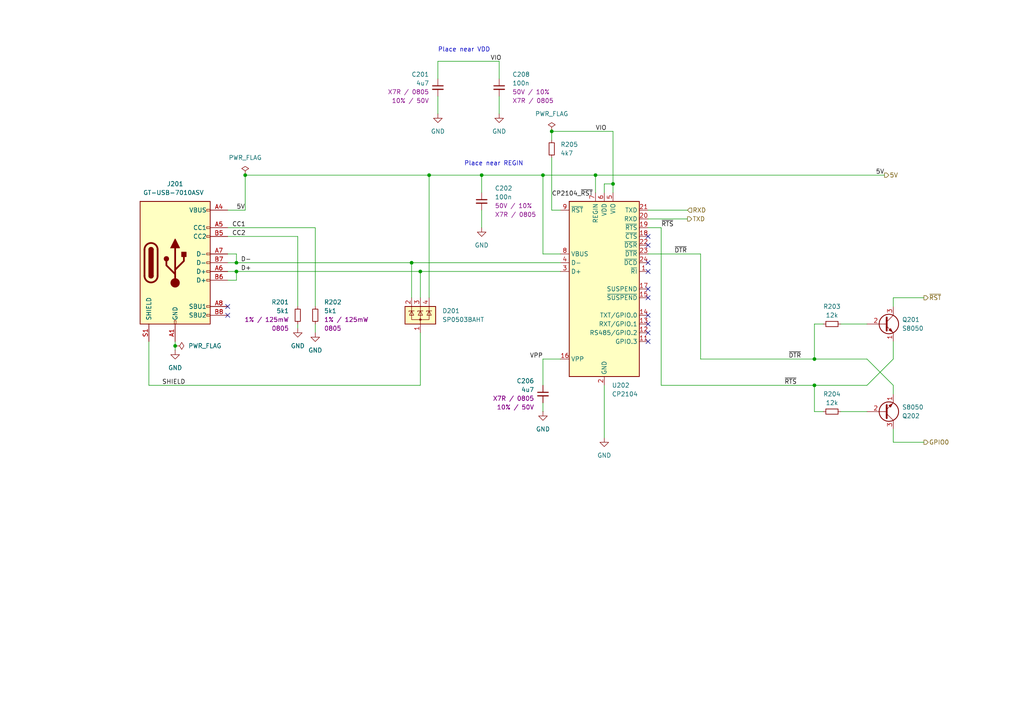
<source format=kicad_sch>
(kicad_sch (version 20231120) (generator "eeschema") (generator_version "8.0")
  (paper "A4")
  (lib_symbols
    (symbol "Connector:USB_C_Receptacle_USB2.0_16P" (pin_names (offset 1.016))
      (property "Reference" "J" (at 0 22.225 0))
      (property "Value" "USB_C_Receptacle_USB2.0_16P" (at 0 19.685 0))
      (symbol "USB_C_Receptacle_USB2.0_16P_0_0"
        (rectangle (start -0.254 -17.78) (end 0.254 -16.764))
        (rectangle (start 10.16 -14.986) (end 9.144 -15.494))
        (rectangle (start 10.16 -12.446) (end 9.144 -12.954))
        (rectangle (start 10.16 -4.826) (end 9.144 -5.334))
        (rectangle (start 10.16 -2.286) (end 9.144 -2.794))
        (rectangle (start 10.16 0.254) (end 9.144 -0.254))
        (rectangle (start 10.16 2.794) (end 9.144 2.286))
        (rectangle (start 10.16 7.874) (end 9.144 7.366))
        (rectangle (start 10.16 10.414) (end 9.144 9.906))
        (rectangle (start 10.16 15.494) (end 9.144 14.986))
      )
      (symbol "USB_C_Receptacle_USB2.0_16P_0_1"
        (rectangle (start -10.16 17.78) (end 10.16 -17.78) (stroke (width 0.254)) (fill (type background)))
        (arc (start -8.89 -3.81) (mid -6.985 -5.7067) (end -5.08 -3.81) (stroke (width 0.508)))
        (arc (start -7.62 -3.81) (mid -6.985 -4.4423) (end -6.35 -3.81) (stroke (width 0.254)))
        (arc (start -7.62 -3.81) (mid -6.985 -4.4423) (end -6.35 -3.81) (stroke (width 0.254)) (fill (type outline)))
        (rectangle (start -7.62 -3.81) (end -6.35 3.81) (stroke (width 0.254)) (fill (type outline)))
        (arc (start -6.35 3.81) (mid -6.985 4.4423) (end -7.62 3.81) (stroke (width 0.254)))
        (arc (start -6.35 3.81) (mid -6.985 4.4423) (end -7.62 3.81) (stroke (width 0.254)) (fill (type outline)))
        (arc (start -5.08 3.81) (mid -6.985 5.7067) (end -8.89 3.81) (stroke (width 0.508)))
        (circle (center -2.54 1.143) (radius 0.635) (stroke (width 0.254)) (fill (type outline)))
        (circle (center 0 -5.842) (radius 1.27) (fill (type outline)))
        (polyline (pts (xy -8.89 -3.81) (xy -8.89 3.81)) (stroke (width 0.508)))
        (polyline (pts (xy -5.08 3.81) (xy -5.08 -3.81)) (stroke (width 0.508)))
        (polyline (pts (xy 0 -5.842) (xy 0 4.318)) (stroke (width 0.508)))
        (polyline (pts (xy 0 -3.302) (xy -2.54 -0.762) (xy -2.54 0.508)) (stroke (width 0.508)))
        (polyline (pts (xy 0 -2.032) (xy 2.54 0.508) (xy 2.54 1.778)) (stroke (width 0.508)))
        (polyline (pts (xy -1.27 4.318) (xy 0 6.858) (xy 1.27 4.318) (xy -1.27 4.318)) (stroke (width 0.254)) (fill (type outline)))
        (rectangle (start 1.905 1.778) (end 3.175 3.048) (stroke (width 0.254)) (fill (type outline)))
      )
      (symbol "USB_C_Receptacle_USB2.0_16P_1_1"
        (pin passive line (at 0 -22.86 90) (length 5.08) (name "GND") (number "A1"))
        (pin passive line (at 0 -22.86 90) (length 5.08) hide (name "GND") (number "A12"))
        (pin passive line (at 15.24 15.24 180) (length 5.08) (name "VBUS") (number "A4"))
        (pin bidirectional line (at 15.24 10.16 180) (length 5.08) (name "CC1") (number "A5"))
        (pin bidirectional line (at 15.24 -2.54 180) (length 5.08) (name "D+") (number "A6"))
        (pin bidirectional line (at 15.24 2.54 180) (length 5.08) (name "D-") (number "A7"))
        (pin bidirectional line (at 15.24 -12.7 180) (length 5.08) (name "SBU1") (number "A8"))
        (pin passive line (at 15.24 15.24 180) (length 5.08) hide (name "VBUS") (number "A9"))
        (pin passive line (at 0 -22.86 90) (length 5.08) hide (name "GND") (number "B1"))
        (pin passive line (at 0 -22.86 90) (length 5.08) hide (name "GND") (number "B12"))
        (pin passive line (at 15.24 15.24 180) (length 5.08) hide (name "VBUS") (number "B4"))
        (pin bidirectional line (at 15.24 7.62 180) (length 5.08) (name "CC2") (number "B5"))
        (pin bidirectional line (at 15.24 -5.08 180) (length 5.08) (name "D+") (number "B6"))
        (pin bidirectional line (at 15.24 0 180) (length 5.08) (name "D-") (number "B7"))
        (pin bidirectional line (at 15.24 -15.24 180) (length 5.08) (name "SBU2") (number "B8"))
        (pin passive line (at 15.24 15.24 180) (length 5.08) hide (name "VBUS") (number "B9"))
        (pin passive line (at -7.62 -22.86 90) (length 5.08) (name "SHIELD") (number "S1"))
      )
    )
    (symbol "Device:C_Small" (pin_numbers hide) (pin_names (offset 0.254) hide)
      (property "Reference" "C" (at 0.254 1.778 0))
      (property "Value" "C_Small" (at 0.254 -2.032 0))
      (symbol "C_Small_0_1"
        (polyline (pts (xy -1.524 -0.508) (xy 1.524 -0.508)) (stroke (width 0.3302)))
        (polyline (pts (xy -1.524 0.508) (xy 1.524 0.508)) (stroke (width 0.3048)))
      )
      (symbol "C_Small_1_1"
        (pin passive line (at 0 2.54 270) (length 2.032) (name "~") (number "1"))
        (pin passive line (at 0 -2.54 90) (length 2.032) (name "~") (number "2"))
      )
    )
    (symbol "Device:R_Small" (pin_numbers hide) (pin_names (offset 0.254) hide)
      (property "Reference" "R" (at 0.762 0.508 0))
      (property "Value" "R_Small" (at 0.762 -1.016 0))
      (symbol "R_Small_0_1"
        (rectangle (start -0.762 1.778) (end 0.762 -1.778) (stroke (width 0.2032)))
      )
      (symbol "R_Small_1_1"
        (pin passive line (at 0 2.54 270) (length 0.762) (name "~") (number "1"))
        (pin passive line (at 0 -2.54 90) (length 0.762) (name "~") (number "2"))
      )
    )
    (symbol "Interface_USB:CP2104"
      (property "Reference" "U" (at -5.08 28.575 0))
      (property "Value" "CP2104" (at -5.08 26.67 0))
      (symbol "CP2104_1_1"
        (rectangle (start -10.16 25.4) (end 10.16 -25.4) (stroke (width 0.254)) (fill (type background)))
        (pin input line (at 12.7 5.08 180) (length 2.54) (name "~{RI}") (number "1"))
        (pin no_connect line (at 10.16 -20.32 180) (length 2.54) hide (name "NC") (number "10"))
        (pin bidirectional line (at 12.7 -15.24 180) (length 2.54) (name "GPIO.3") (number "11"))
        (pin bidirectional line (at 12.7 -12.7 180) (length 2.54) (name "RS485/GPIO.2") (number "12"))
        (pin bidirectional line (at 12.7 -10.16 180) (length 2.54) (name "RXT/GPIO.1") (number "13"))
        (pin bidirectional line (at 12.7 -7.62 180) (length 2.54) (name "TXT/GPIO.0") (number "14"))
        (pin output line (at 12.7 -2.54 180) (length 2.54) (name "~{SUSPEND}") (number "15"))
        (pin passive line (at -12.7 -20.32 0) (length 2.54) (name "VPP") (number "16"))
        (pin output line (at 12.7 0 180) (length 2.54) (name "SUSPEND") (number "17"))
        (pin input line (at 12.7 15.24 180) (length 2.54) (name "~{CTS}") (number "18"))
        (pin output line (at 12.7 17.78 180) (length 2.54) (name "~{RTS}") (number "19"))
        (pin power_in line (at 0 -27.94 90) (length 2.54) (name "GND") (number "2"))
        (pin input line (at 12.7 20.32 180) (length 2.54) (name "RXD") (number "20"))
        (pin output line (at 12.7 22.86 180) (length 2.54) (name "TXD") (number "21"))
        (pin input line (at 12.7 12.7 180) (length 2.54) (name "~{DSR}") (number "22"))
        (pin output line (at 12.7 10.16 180) (length 2.54) (name "~{DTR}") (number "23"))
        (pin input line (at 12.7 7.62 180) (length 2.54) (name "~{DCD}") (number "24"))
        (pin passive line (at 0 -27.94 90) (length 2.54) hide (name "GND") (number "25"))
        (pin bidirectional line (at -12.7 5.08 0) (length 2.54) (name "D+") (number "3"))
        (pin bidirectional line (at -12.7 7.62 0) (length 2.54) (name "D-") (number "4"))
        (pin power_in line (at 2.54 27.94 270) (length 2.54) (name "VIO") (number "5"))
        (pin power_in line (at 0 27.94 270) (length 2.54) (name "VDD") (number "6"))
        (pin power_in line (at -2.54 27.94 270) (length 2.54) (name "REGIN") (number "7"))
        (pin input line (at -12.7 10.16 0) (length 2.54) (name "VBUS") (number "8"))
        (pin bidirectional line (at -12.7 22.86 0) (length 2.54) (name "~{RST}") (number "9"))
      )
    )
    (symbol "Power_Protection:SP0503BAHT" (pin_names hide)
      (property "Reference" "D" (at 5.715 2.54 0))
      (property "Value" "SP0503BAHT" (at 5.715 0.635 0))
      (symbol "SP0503BAHT_0_0"
        (pin passive line (at 0 -5.08 90) (length 2.54) (name "A") (number "1"))
      )
      (symbol "SP0503BAHT_0_1"
        (rectangle (start -4.445 2.54) (end 4.445 -2.54) (stroke (width 0.254)) (fill (type background)))
        (circle (center 0 -1.27) (radius 0.254) (fill (type outline)))
        (polyline (pts (xy -2.54 2.54) (xy -2.54 1.27)))
        (polyline (pts (xy 0 -1.27) (xy 0 -2.54)))
        (polyline (pts (xy 0 -1.27) (xy 0 1.27)))
        (polyline (pts (xy 0 2.54) (xy 0 1.27)))
        (polyline (pts (xy 0.635 1.27) (xy 0.762 1.27)))
        (polyline (pts (xy 2.54 2.54) (xy 2.54 1.27)))
        (polyline (pts (xy 0.635 1.27) (xy -0.762 1.27) (xy -0.762 1.016)))
        (polyline (pts (xy -3.302 1.016) (xy -3.302 1.27) (xy -1.905 1.27) (xy -1.778 1.27)))
        (polyline (pts (xy -2.54 1.27) (xy -2.54 -1.27) (xy 2.54 -1.27) (xy 2.54 1.27)))
        (polyline (pts (xy -2.54 1.27) (xy -1.905 0) (xy -3.175 0) (xy -2.54 1.27)))
        (polyline (pts (xy 0.635 0) (xy -0.635 0) (xy 0 1.27) (xy 0.635 0)))
        (polyline (pts (xy 1.778 1.016) (xy 1.778 1.27) (xy 3.175 1.27) (xy 3.302 1.27)))
        (polyline (pts (xy 2.54 1.27) (xy 1.905 0) (xy 3.175 0) (xy 2.54 1.27)))
      )
      (symbol "SP0503BAHT_1_1"
        (pin passive line (at -2.54 5.08 270) (length 2.54) (name "K") (number "2"))
        (pin passive line (at 0 5.08 270) (length 2.54) (name "K") (number "3"))
        (pin passive line (at 2.54 5.08 270) (length 2.54) (name "K") (number "4"))
      )
    )
    (symbol "Transistor_BJT:S8050" (pin_names (offset 0) hide)
      (property "Reference" "Q" (at 5.08 1.905 0))
      (property "Value" "S8050" (at 5.08 0 0))
      (symbol "S8050_0_1"
        (polyline (pts (xy 0 0) (xy 0.635 0)))
        (polyline (pts (xy 0.635 0.635) (xy 2.54 2.54)))
        (polyline (pts (xy 0.635 -0.635) (xy 2.54 -2.54) (xy 2.54 -2.54)))
        (polyline (pts (xy 0.635 1.905) (xy 0.635 -1.905) (xy 0.635 -1.905)) (stroke (width 0.508)))
        (polyline (pts (xy 1.27 -1.778) (xy 1.778 -1.27) (xy 2.286 -2.286) (xy 1.27 -1.778) (xy 1.27 -1.778)) (fill (type outline)))
        (circle (center 1.27 0) (radius 2.8194) (stroke (width 0.254)))
      )
      (symbol "S8050_1_1"
        (pin passive line (at 2.54 -5.08 90) (length 2.54) (name "E") (number "1"))
        (pin input line (at -5.08 0 0) (length 5.08) (name "B") (number "2"))
        (pin passive line (at 2.54 5.08 270) (length 2.54) (name "C") (number "3"))
      )
    )
    (symbol "power:GND" (power) (pin_numbers hide) (pin_names (offset 0) hide)
      (property "Value" "GND" (at 0 -3.81 0))
      (symbol "GND_0_1"
        (polyline (pts (xy 0 0) (xy 0 -1.27) (xy 1.27 -1.27) (xy 0 -2.54) (xy -1.27 -1.27) (xy 0 -1.27)))
      )
      (symbol "GND_1_1"
        (pin power_in line (at 0 0 270) (length 0) (name "~") (number "1"))
      )
    )
    (symbol "power:PWR_FLAG" (power) (pin_numbers hide) (pin_names (offset 0) hide)
      (property "Value" "PWR_FLAG" (at 0 3.81 0))
      (symbol "PWR_FLAG_0_0"
        (pin power_out line (at 0 0 90) (length 0) (name "~") (number "1"))
      )
      (symbol "PWR_FLAG_0_1"
        (polyline (pts (xy 0 0) (xy 0 1.27) (xy -1.016 1.905) (xy 0 2.54) (xy 1.016 1.905) (xy 0 1.27)))
      )
    )
  )
  (junction (at 177.8 53.34))
  (junction (at 157.48 50.8))
  (junction (at 121.92 78.74))
  (junction (at 160.02 38.1))
  (junction (at 172.72 50.8))
  (junction (at 139.7 50.8))
  (junction (at 68.58 76.2))
  (junction (at 236.22 111.76))
  (junction (at 71.12 50.8))
  (junction (at 124.46 50.8))
  (junction (at 68.58 78.74))
  (junction (at 236.22 104.14))
  (junction (at 50.8 100.33))
  (junction (at 119.38 76.2))
  (no_connect (at 66.04 88.9))
  (no_connect (at 187.96 96.52))
  (no_connect (at 187.96 83.82))
  (no_connect (at 187.96 68.58))
  (no_connect (at 187.96 71.12))
  (no_connect (at 187.96 91.44))
  (no_connect (at 187.96 93.98))
  (no_connect (at 66.04 91.44))
  (no_connect (at 187.96 76.2))
  (no_connect (at 187.96 86.36))
  (no_connect (at 187.96 99.06))
  (no_connect (at 187.96 78.74))
  (wire (pts (xy 177.8 53.34) (xy 177.8 38.1)))
  (wire (pts (xy 172.72 50.8) (xy 256.54 50.8)))
  (wire (pts (xy 157.48 50.8) (xy 172.72 50.8)))
  (wire (pts (xy 259.08 128.27) (xy 259.08 124.46)))
  (wire (pts (xy 267.97 86.36) (xy 259.08 86.36)))
  (wire (pts (xy 66.04 78.74) (xy 68.58 78.74)))
  (wire (pts (xy 191.77 66.04) (xy 187.96 66.04)))
  (wire (pts (xy 177.8 38.1) (xy 160.02 38.1)))
  (wire (pts (xy 162.56 73.66) (xy 157.48 73.66)))
  (wire (pts (xy 172.72 55.88) (xy 172.72 50.8)))
  (wire (pts (xy 259.08 114.3) (xy 259.08 111.76)))
  (wire (pts (xy 66.04 66.04) (xy 91.44 66.04)))
  (wire (pts (xy 66.04 76.2) (xy 68.58 76.2)))
  (wire (pts (xy 66.04 68.58) (xy 86.36 68.58)))
  (wire (pts (xy 243.84 119.38) (xy 251.46 119.38)))
  (wire (pts (xy 139.7 50.8) (xy 157.48 50.8)))
  (wire (pts (xy 121.92 96.52) (xy 121.92 111.76)))
  (wire (pts (xy 91.44 66.04) (xy 91.44 88.9)))
  (wire (pts (xy 236.22 93.98) (xy 238.76 93.98)))
  (wire (pts (xy 175.26 55.88) (xy 175.26 53.34)))
  (wire (pts (xy 203.2 104.14) (xy 236.22 104.14)))
  (wire (pts (xy 199.39 63.5) (xy 187.96 63.5)))
  (wire (pts (xy 43.18 99.06) (xy 43.18 111.76)))
  (wire (pts (xy 259.08 99.06) (xy 259.08 104.14)))
  (wire (pts (xy 124.46 50.8) (xy 139.7 50.8)))
  (wire (pts (xy 50.8 99.06) (xy 50.8 100.33)))
  (wire (pts (xy 236.22 93.98) (xy 236.22 104.14)))
  (wire (pts (xy 127 17.78) (xy 127 22.86)))
  (wire (pts (xy 177.8 55.88) (xy 177.8 53.34)))
  (wire (pts (xy 199.39 60.96) (xy 187.96 60.96)))
  (wire (pts (xy 139.7 50.8) (xy 139.7 55.88)))
  (wire (pts (xy 68.58 78.74) (xy 121.92 78.74)))
  (wire (pts (xy 121.92 78.74) (xy 121.92 86.36)))
  (wire (pts (xy 139.7 60.96) (xy 139.7 66.04)))
  (wire (pts (xy 66.04 73.66) (xy 68.58 73.66)))
  (wire (pts (xy 162.56 60.96) (xy 160.02 60.96)))
  (wire (pts (xy 259.08 86.36) (xy 259.08 88.9)))
  (wire (pts (xy 160.02 38.1) (xy 160.02 40.64)))
  (wire (pts (xy 124.46 50.8) (xy 124.46 86.36)))
  (wire (pts (xy 267.97 128.27) (xy 259.08 128.27)))
  (wire (pts (xy 236.22 111.76) (xy 251.46 111.76)))
  (wire (pts (xy 68.58 81.28) (xy 66.04 81.28)))
  (wire (pts (xy 68.58 76.2) (xy 119.38 76.2)))
  (wire (pts (xy 86.36 68.58) (xy 86.36 88.9)))
  (wire (pts (xy 127 27.94) (xy 127 33.02)))
  (wire (pts (xy 144.78 27.94) (xy 144.78 33.02)))
  (wire (pts (xy 121.92 78.74) (xy 162.56 78.74)))
  (wire (pts (xy 68.58 78.74) (xy 68.58 81.28)))
  (wire (pts (xy 203.2 73.66) (xy 203.2 104.14)))
  (wire (pts (xy 236.22 119.38) (xy 236.22 111.76)))
  (wire (pts (xy 157.48 116.84) (xy 157.48 119.38)))
  (wire (pts (xy 157.48 50.8) (xy 157.48 73.66)))
  (wire (pts (xy 191.77 66.04) (xy 191.77 111.76)))
  (wire (pts (xy 160.02 60.96) (xy 160.02 45.72)))
  (wire (pts (xy 236.22 104.14) (xy 251.46 104.14)))
  (wire (pts (xy 71.12 50.8) (xy 71.12 60.96)))
  (wire (pts (xy 43.18 111.76) (xy 121.92 111.76)))
  (wire (pts (xy 157.48 111.76) (xy 157.48 104.14)))
  (wire (pts (xy 144.78 17.78) (xy 144.78 22.86)))
  (wire (pts (xy 175.26 127) (xy 175.26 111.76)))
  (wire (pts (xy 71.12 50.8) (xy 124.46 50.8)))
  (wire (pts (xy 91.44 96.52) (xy 91.44 93.98)))
  (wire (pts (xy 191.77 111.76) (xy 236.22 111.76)))
  (wire (pts (xy 259.08 104.14) (xy 251.46 111.76)))
  (wire (pts (xy 86.36 95.25) (xy 86.36 93.98)))
  (wire (pts (xy 203.2 73.66) (xy 187.96 73.66)))
  (wire (pts (xy 127 17.78) (xy 144.78 17.78)))
  (wire (pts (xy 175.26 53.34) (xy 177.8 53.34)))
  (wire (pts (xy 66.04 60.96) (xy 71.12 60.96)))
  (wire (pts (xy 50.8 100.33) (xy 50.8 101.6)))
  (wire (pts (xy 119.38 76.2) (xy 162.56 76.2)))
  (wire (pts (xy 157.48 104.14) (xy 162.56 104.14)))
  (wire (pts (xy 68.58 73.66) (xy 68.58 76.2)))
  (wire (pts (xy 243.84 93.98) (xy 251.46 93.98)))
  (wire (pts (xy 119.38 76.2) (xy 119.38 86.36)))
  (wire (pts (xy 251.46 104.14) (xy 259.08 111.76)))
  (wire (pts (xy 238.76 119.38) (xy 236.22 119.38)))
  (text "Place near VDD" (at 127 15.24 0) (effects (font (size 1.27 1.27)) (justify left bottom)))
  (text "Place near REGIN" (at 134.62 48.26 0) (effects (font (size 1.27 1.27)) (justify left bottom)))
  (label "D+" (at 69.85 78.74 0))
  (label "D-" (at 69.85 76.2 0))
  (label "~{RTS}" (at 231.14 111.76 180))
  (label "~{RTS}" (at 191.77 66.04 0))
  (label "SHIELD" (at 46.99 111.76 0))
  (label "5V" (at 68.58 60.96 0))
  (label "5V" (at 254 50.8 0))
  (label "VIO" (at 142.24 17.78 0))
  (label "VPP" (at 157.48 104.14 180))
  (label "CP2104_~{RST}" (at 160.02 57.15 0))
  (label "VIO" (at 172.72 38.1 0))
  (label "CC1" (at 67.31 66.04 0))
  (label "~{DTR}" (at 195.58 73.66 0))
  (label "CC2" (at 67.31 68.58 0))
  (label "~{DTR}" (at 232.41 104.14 180))
  (hierarchical_label "5V" (shape output) (at 256.54 50.8 0))
  (hierarchical_label "GPIO0" (shape output) (at 267.97 128.27 0))
  (hierarchical_label "~{RST}" (shape output) (at 267.97 86.36 0))
  (hierarchical_label "RXD" (shape input) (at 199.39 60.96 0))
  (hierarchical_label "TXD" (shape output) (at 199.39 63.5 0))
  (symbol (lib_id "power:PWR_FLAG") (at 50.8 100.33 270) (unit 1)
    (property "Reference" "#FLG03" (effects (hide yes)))
    (property "Value" "PWR_FLAG" (at 54.61 100.3299 90) (effects (justify left)))
    (property "Description" "Special symbol for telling ERC where power comes from" (effects (hide yes)))
  )
  (symbol (lib_id "Connector:USB_C_Receptacle_USB2.0_16P") (at 50.8 76.2 0) (unit 1)
    (property "Reference" "J201" (at 50.8 53.34 0))
    (property "Value" "GT-USB-7010ASV " (at 50.8 55.88 0))
    (property "Footprint" "youdbetterrun:USB_C_Receptacle_G-Switch_GT-USB-7010ASV" (effects (hide yes)))
    (property "Datasheet" "https://www.usb.org/sites/default/files/documents/usb_type-c.zip" (effects (hide yes)))
    (property "Description" "USB 2.0-only 16P Type-C Receptacle connector" (effects (hide yes)))
    (property "LCSC Part Number" "C2988369" (effects (hide yes)))
    (property "MPN" "G-Switch" (effects (hide yes)))
    (property "Manufacturer" "GT-USB-7010ASV " (effects (hide yes)))
  )
  (symbol (lib_id "Transistor_BJT:S8050") (at 256.54 119.38 0) (mirror x) (unit 1)
    (property "Reference" "Q202" (at 261.62 120.65 0) (effects (justify left)))
    (property "Value" "S8050" (at 261.62 118.11 0) (effects (justify left)))
    (property "Footprint" "Package_TO_SOT_SMD:SOT-23-3" (effects (hide yes)))
    (property "Datasheet" "http://www.unisonic.com.tw/datasheet/S8050.pdf" (effects (hide yes)))
    (property "Description" "0.7A Ic, 20V Vce, Low Voltage High Current NPN Transistor, TO-92" (effects (hide yes)))
    (property "LCSC Part Number" "C2891804" (effects (hide yes)))
    (property "MPN" "S8050" (effects (hide yes)))
    (property "Manufacturer" "YONGYUTAI" (effects (hide yes)))
  )
  (symbol (lib_id "Device:R_Small") (at 91.44 91.44 0) (mirror x) (unit 1)
    (property "Reference" "R202" (at 93.98 87.63 0) (effects (justify left)))
    (property "Value" "5k1" (at 93.98 90.17 0) (effects (justify left)))
    (property "Footprint" "Resistor_SMD:R_0805_2012Metric" (effects (hide yes)))
    (property "Description" "Resistor, small symbol" (effects (hide yes)))
    (property "LCSC Part Number" "C27834" (effects (hide yes)))
    (property "Line 1" "${Tolerance} / ${Power}" (at 93.98 92.71 0) (effects (justify left)))
    (property "Line 2" "${Package}" (at 93.98 95.25 0) (effects (justify left)))
    (property "MPN" "0805W8F5101T5E" (effects (hide yes)))
    (property "Manufacturer" "UNI-ROYAL(Uniroyal Elec)" (effects (hide yes)))
    (property "Package" "0805" (effects (hide yes)))
    (property "Power" "125mW" (effects (hide yes)))
    (property "Tolerance" "1%" (effects (hide yes)))
    (instances (project "youdbetterrun" (path "" (reference "R202") (unit 1))) (project "Piezo_HV_Pulser" (path "" (reference "R105") (unit 1)) (path "" (reference "R205") (unit 1)) (path "" (reference "R401") (unit 1))))
  )
  (symbol (lib_id "power:PWR_FLAG") (at 160.02 38.1 0) (unit 1)
    (property "Reference" "#FLG02" (effects (hide yes)))
    (property "Value" "PWR_FLAG" (at 160.02 33.02 0))
    (property "Description" "Special symbol for telling ERC where power comes from" (effects (hide yes)))
  )
  (symbol (lib_id "power:GND") (at 175.26 127 0) (unit 1)
    (property "Reference" "#PWR0206" (effects (hide yes)))
    (property "Value" "GND" (at 175.26 132.08 0))
    (property "Description" "Power symbol creates a global label with name \"GND\" , ground" (effects (hide yes)))
  )
  (symbol (lib_id "power:GND") (at 50.8 101.6 0) (unit 1)
    (property "Reference" "#PWR0207" (effects (hide yes)))
    (property "Value" "GND" (at 50.8 106.68 0))
    (property "Description" "Power symbol creates a global label with name \"GND\" , ground" (effects (hide yes)))
  )
  (symbol (lib_id "Device:C_Small") (at 144.78 25.4 0) (unit 1)
    (property "Reference" "C208" (at 148.59 21.59 0) (effects (justify left)))
    (property "Value" "100n" (at 148.59 24.13 0) (effects (justify left)))
    (property "Footprint" "Capacitor_SMD:C_0805_2012Metric" (effects (hide yes)))
    (property "Description" "Unpolarized capacitor, small symbol" (effects (hide yes)))
    (property "Package" "0805" (effects (hide yes)))
    (property "LCSC Part Number" "C38141" (effects (hide yes)))
    (property "MPN" "0805B104K500NT" (effects (hide yes)))
    (property "Manufacturer" "FH (Guangdong Fenghua Advanced Tech)" (effects (hide yes)))
    (property "Line 1" "${Rated Voltage} / ${Tolerance}" (at 148.59 26.67 0) (effects (justify left)))
    (property "Line 2" "${Dielectric} / ${Package}" (at 148.59 29.21 0) (effects (justify left)))
    (property "Dielectric" "X7R" (effects (hide yes)))
    (property "Rated Voltage" "50V" (effects (hide yes)))
    (property "Tolerance" "10%" (effects (hide yes)))
  )
  (symbol (lib_id "power:GND") (at 144.78 33.02 0) (unit 1)
    (property "Reference" "#PWR0213" (effects (hide yes)))
    (property "Value" "GND" (at 144.78 38.1 0))
    (property "Description" "Power symbol creates a global label with name \"GND\" , ground" (effects (hide yes)))
  )
  (symbol (lib_id "Device:R_Small") (at 160.02 43.18 0) (unit 1)
    (property "Reference" "R205" (at 162.56 41.91 0) (effects (justify left)))
    (property "Value" "4k7" (at 162.56 44.45 0) (effects (justify left)))
    (property "Footprint" "Resistor_SMD:R_0805_2012Metric" (effects (hide yes)))
    (property "Datasheet" "https://datasheet.lcsc.com/lcsc/2206010200_UNI-ROYAL-Uniroyal-Elec-0805W8F4701T5E_C17673.pdf?_gl=1*1lzo6cr*_ga*MTgzMjI1NTEzNy4xNjg1MTA3NDAx*_ga_98M84MKSZH*MTcxNTQ0MDg0My4xMS4xLjE3MTU0NDEwMjIuNTcuMC4w" (effects (hide yes)))
    (property "Description" "Resistor, small symbol" (effects (hide yes)))
    (property "LCSC Part Number" "C17673" (effects (hide yes)))
    (property "MPN" "0805W8F4701T5E" (effects (hide yes)))
    (property "Manufacturer" "UNI-ROYAL(Uniroyal Elec)" (effects (hide yes)))
  )
  (symbol (lib_id "Device:R_Small") (at 241.3 93.98 90) (unit 1)
    (property "Reference" "R203" (at 241.3 88.9 90))
    (property "Value" "12k" (at 241.3 91.44 90))
    (property "Footprint" "Resistor_SMD:R_0805_2012Metric" (effects (hide yes)))
    (property "Description" "Resistor, small symbol" (effects (hide yes)))
    (property "LCSC Part Number" "C17444" (effects (hide yes)))
    (property "Line 1" "${Tolerance} / ${Power}" (effects (hide yes)))
    (property "Line 2" "${Package}" (effects (hide yes)))
    (property "MPN" "0805W8F1202T5E" (effects (hide yes)))
    (property "Manufacturer" "UNI-ROYAL(Uniroyal Elec)" (effects (hide yes)))
    (property "Package" "0805" (effects (hide yes)))
    (property "Power" "125mW" (effects (hide yes)))
    (property "Tolerance" "1%" (effects (hide yes)))
  )
  (symbol (lib_id "power:GND") (at 157.48 119.38 0) (unit 1)
    (property "Reference" "#PWR0212" (effects (hide yes)))
    (property "Value" "GND" (at 157.48 124.46 0))
    (property "Description" "Power symbol creates a global label with name \"GND\" , ground" (effects (hide yes)))
  )
  (symbol (lib_id "Device:C_Small") (at 157.48 114.3 0) (mirror y) (unit 1)
    (property "Reference" "C206" (at 154.94 110.49 0) (effects (justify left)))
    (property "Value" "4u7" (at 154.94 113.03 0) (effects (justify left)))
    (property "Footprint" "Capacitor_SMD:C_0805_2012Metric" (effects (hide yes)))
    (property "Description" "Unpolarized capacitor, small symbol" (effects (hide yes)))
    (property "Dielectric" "X7R" (effects (hide yes)))
    (property "LCSC Part Number" "C98192" (effects (hide yes)))
    (property "Line 1" "${Tolerance} / ${Rated Voltage}" (at 154.94 118.11 0) (effects (justify left)))
    (property "Line 2" "${Dielectric} / ${Package}" (at 154.94 115.57 0) (effects (justify left)))
    (property "MPN" "CL21A475KBQNNNE" (effects (hide yes)))
    (property "Manufacturer" "Samsung Electro-Mechanics" (effects (hide yes)))
    (property "Package" "0805" (effects (hide yes)))
    (property "Rated Voltage" "50V" (effects (hide yes)))
    (property "Tolerance" "10%" (effects (hide yes)))
  )
  (symbol (lib_id "Device:C_Small") (at 127 25.4 0) (mirror y) (unit 1)
    (property "Reference" "C201" (at 124.46 21.59 0) (effects (justify left)))
    (property "Value" "4u7" (at 124.46 24.13 0) (effects (justify left)))
    (property "Footprint" "Capacitor_SMD:C_0805_2012Metric" (effects (hide yes)))
    (property "Description" "Unpolarized capacitor, small symbol" (effects (hide yes)))
    (property "Dielectric" "X7R" (effects (hide yes)))
    (property "LCSC Part Number" "C98192" (effects (hide yes)))
    (property "Line 1" "${Tolerance} / ${Rated Voltage}" (at 124.46 29.21 0) (effects (justify left)))
    (property "Line 2" "${Dielectric} / ${Package}" (at 124.46 26.67 0) (effects (justify left)))
    (property "MPN" "CL21A475KBQNNNE" (effects (hide yes)))
    (property "Manufacturer" "Samsung Electro-Mechanics" (effects (hide yes)))
    (property "Package" "0805" (effects (hide yes)))
    (property "Rated Voltage" "50V" (effects (hide yes)))
    (property "Tolerance" "10%" (effects (hide yes)))
  )
  (symbol (lib_id "Interface_USB:CP2104") (at 175.26 83.82 0) (unit 1)
    (property "Reference" "U202" (at 177.4541 111.76 0) (effects (justify left)))
    (property "Value" "CP2104" (at 177.4541 114.3 0) (effects (justify left)))
    (property "Footprint" "Package_DFN_QFN:QFN-24-1EP_4x4mm_P0.5mm_EP2.6x2.6mm" (effects (hide yes)))
    (property "Datasheet" "https://www.silabs.com/documents/public/data-sheets/cp2104.pdf" (effects (hide yes)))
    (property "Description" "Single-Chip USB-to-UART Bridge, USB 2.0 Full-Speed, 2Mbps UART, QFN-24" (effects (hide yes)))
    (property "LCSC Part Number" "C47742" (effects (hide yes)))
    (property "MPN" "CP2104-F03-GMR" (effects (hide yes)))
    (property "Manufacturer" "SKYWORKS/SILICON LABS" (effects (hide yes)))
  )
  (symbol (lib_id "Device:R_Small") (at 241.3 119.38 90) (unit 1)
    (property "Reference" "R204" (at 241.3 114.3 90))
    (property "Value" "12k" (at 241.3 116.84 90))
    (property "Footprint" "Resistor_SMD:R_0805_2012Metric" (effects (hide yes)))
    (property "Description" "Resistor, small symbol" (effects (hide yes)))
    (property "LCSC Part Number" "C17444" (effects (hide yes)))
    (property "Line 1" "${Tolerance} / ${Power}" (effects (hide yes)))
    (property "Line 2" "${Package}" (effects (hide yes)))
    (property "MPN" "0805W8F1202T5E" (effects (hide yes)))
    (property "Manufacturer" "UNI-ROYAL(Uniroyal Elec)" (effects (hide yes)))
    (property "Package" "0805" (effects (hide yes)))
    (property "Power" "125mW" (effects (hide yes)))
    (property "Tolerance" "1%" (effects (hide yes)))
  )
  (symbol (lib_id "Power_Protection:SP0503BAHT") (at 121.92 91.44 0) (unit 1)
    (property "Reference" "D201" (at 128.27 90.17 0) (effects (justify left)))
    (property "Value" "SP0503BAHT" (at 128.27 92.71 0) (effects (justify left)))
    (property "Footprint" "Package_TO_SOT_SMD:SOT-143" (effects (hide yes)))
    (property "Datasheet" "http://www.littelfuse.com/~/media/files/littelfuse/technical%20resources/documents/data%20sheets/sp05xxba.pdf" (effects (hide yes)))
    (property "Description" "TVS Diode Array, 5.5V Standoff, 3 Channels, SOT-143 package" (effects (hide yes)))
    (property "LCSC Part Number" "C7074" (effects (hide yes)))
    (property "MPN" "SP0503BAHTG" (effects (hide yes)))
    (property "Manufacturer" " Littelfuse" (effects (hide yes)))
  )
  (symbol (lib_id "Device:R_Small") (at 86.36 91.44 180) (unit 1)
    (property "Reference" "R201" (at 83.82 87.63 0) (effects (justify left)))
    (property "Value" "5k1" (at 83.82 90.17 0) (effects (justify left)))
    (property "Footprint" "Resistor_SMD:R_0805_2012Metric" (effects (hide yes)))
    (property "Description" "Resistor, small symbol" (effects (hide yes)))
    (property "LCSC Part Number" "C27834" (effects (hide yes)))
    (property "Line 1" "${Tolerance} / ${Power}" (at 83.82 92.71 0) (effects (justify left)))
    (property "Line 2" "${Package}" (at 83.82 95.25 0) (effects (justify left)))
    (property "MPN" "0805W8F5101T5E" (effects (hide yes)))
    (property "Manufacturer" "UNI-ROYAL(Uniroyal Elec)" (effects (hide yes)))
    (property "Package" "0805" (effects (hide yes)))
    (property "Power" "125mW" (effects (hide yes)))
    (property "Tolerance" "1%" (effects (hide yes)))
    (instances (project "youdbetterrun" (path "" (reference "R201") (unit 1))) (project "Piezo_HV_Pulser" (path "" (reference "R105") (unit 1)) (path "" (reference "R205") (unit 1)) (path "" (reference "R401") (unit 1))))
  )
  (symbol (lib_id "power:PWR_FLAG") (at 71.12 50.8 0) (unit 1)
    (property "Reference" "#FLG01" (effects (hide yes)))
    (property "Value" "PWR_FLAG" (at 71.12 45.72 0))
    (property "Description" "Special symbol for telling ERC where power comes from" (effects (hide yes)))
  )
  (symbol (lib_id "power:GND") (at 139.7 66.04 0) (unit 1)
    (property "Reference" "#PWR0202" (effects (hide yes)))
    (property "Value" "GND" (at 139.7 71.12 0))
    (property "Description" "Power symbol creates a global label with name \"GND\" , ground" (effects (hide yes)))
  )
  (symbol (lib_id "Device:C_Small") (at 139.7 58.42 0) (unit 1)
    (property "Reference" "C202" (at 143.51 54.61 0) (effects (justify left)))
    (property "Value" "100n" (at 143.51 57.15 0) (effects (justify left)))
    (property "Footprint" "Capacitor_SMD:C_0805_2012Metric" (effects (hide yes)))
    (property "Description" "Unpolarized capacitor, small symbol" (effects (hide yes)))
    (property "Package" "0805" (effects (hide yes)))
    (property "LCSC Part Number" "C38141" (effects (hide yes)))
    (property "MPN" "0805B104K500NT" (effects (hide yes)))
    (property "Manufacturer" "FH (Guangdong Fenghua Advanced Tech)" (effects (hide yes)))
    (property "Line 1" "${Rated Voltage} / ${Tolerance}" (at 143.51 59.69 0) (effects (justify left)))
    (property "Line 2" "${Dielectric} / ${Package}" (at 143.51 62.23 0) (effects (justify left)))
    (property "Dielectric" "X7R" (effects (hide yes)))
    (property "Rated Voltage" "50V" (effects (hide yes)))
    (property "Tolerance" "10%" (effects (hide yes)))
    (instances (project "youdbetterrun" (path "" (reference "C202") (unit 1))) (project "Piezo_HV_Pulser" (path "" (reference "C102") (unit 1)) (path "" (reference "C202") (unit 1))))
  )
  (symbol (lib_id "power:GND") (at 91.44 96.52 0) (unit 1)
    (property "Reference" "#PWR0205" (effects (hide yes)))
    (property "Value" "GND" (at 91.44 101.6 0))
    (property "Description" "Power symbol creates a global label with name \"GND\" , ground" (effects (hide yes)))
  )
  (symbol (lib_id "Transistor_BJT:S8050") (at 256.54 93.98 0) (unit 1)
    (property "Reference" "Q201" (at 261.62 92.71 0) (effects (justify left)))
    (property "Value" "S8050" (at 261.62 95.25 0) (effects (justify left)))
    (property "Footprint" "Package_TO_SOT_SMD:SOT-23-3" (effects (hide yes)))
    (property "Datasheet" "http://www.unisonic.com.tw/datasheet/S8050.pdf" (effects (hide yes)))
    (property "Description" "0.7A Ic, 20V Vce, Low Voltage High Current NPN Transistor, TO-92" (effects (hide yes)))
    (property "LCSC Part Number" "C2891804" (effects (hide yes)))
    (property "MPN" "S8050" (effects (hide yes)))
    (property "Manufacturer" "YONGYUTAI" (effects (hide yes)))
  )
  (symbol (lib_id "power:GND") (at 127 33.02 0) (unit 1)
    (property "Reference" "#PWR0201" (effects (hide yes)))
    (property "Value" "GND" (at 127 38.1 0))
    (property "Description" "Power symbol creates a global label with name \"GND\" , ground" (effects (hide yes)))
  )
  (symbol (lib_id "power:GND") (at 86.36 95.25 0) (unit 1)
    (property "Reference" "#PWR0204" (effects (hide yes)))
    (property "Value" "GND" (at 86.36 100.33 0))
    (property "Description" "Power symbol creates a global label with name \"GND\" , ground" (effects (hide yes)))
  )
)
</source>
